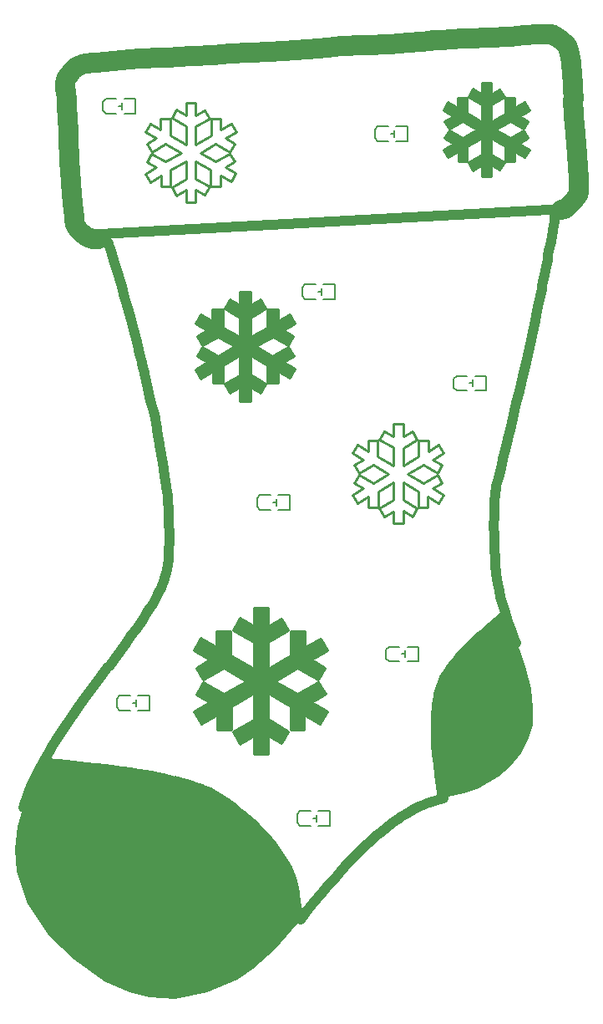
<source format=gto>
G04 Layer: TopSilkLayer*
G04 EasyEDA v6.4.7, 2020-11-14T12:43:57+01:00*
G04 ca67bbdea9ee427383f7cb57cdafcb35,58a91c2aa3f04fa292fc60144c522205,10*
G04 Gerber Generator version 0.2*
G04 Scale: 100 percent, Rotated: No, Reflected: No *
G04 Dimensions in millimeters *
G04 leading zeros omitted , absolute positions ,3 integer and 3 decimal *
%FSLAX33Y33*%
%MOMM*%
G90*
D02*

%ADD10C,0.254000*%
%ADD24C,0.999998*%
%ADD25C,1.999996*%
%ADD26C,0.150012*%

%LPD*%
G54D24*
G01X55372Y79803D02*
G01X54740Y79484D01*
G01X54657Y78651D01*
G01X54657Y78651D02*
G01X54608Y78256D01*
G01X54531Y77749D01*
G01X54433Y77187D01*
G01X54336Y76699D01*
G01X53987Y74788D02*
G01X53929Y74420D01*
G01X53864Y74067D01*
G01X53785Y73679D01*
G01X53696Y73293D01*
G01X54332Y76680D02*
G01X54139Y75696D01*
G01X54053Y75206D01*
G01X53989Y74801D01*
G01X53399Y71830D02*
G01X53339Y71477D01*
G01X53266Y71104D01*
G01X53188Y70749D01*
G01X53115Y70450D01*
G01X53692Y73280D02*
G01X53603Y72902D01*
G01X53531Y72559D01*
G01X53456Y72175D01*
G01X53400Y71842D01*
G01X52716Y68583D02*
G01X52507Y67521D01*
G01X52323Y66681D01*
G01X53112Y70438D02*
G01X53020Y70060D01*
G01X52920Y69606D01*
G01X52817Y69109D01*
G01X52719Y68602D01*
G01X52320Y66669D02*
G01X51780Y64403D01*
G01X51617Y63688D01*
G01X51478Y63038D01*
G01X51129Y61507D02*
G01X50970Y60863D01*
G01X50840Y60298D01*
G01X51474Y63015D02*
G01X51296Y62205D01*
G01X51132Y61519D01*
G01X50838Y60289D02*
G01X50675Y59570D01*
G01X50456Y58655D01*
G01X50184Y57553D01*
G01X49947Y56616D01*
G01X49465Y54569D02*
G01X49372Y54147D01*
G01X49262Y53687D01*
G01X49170Y53323D01*
G01X49082Y53012D01*
G01X49937Y56578D02*
G01X49689Y55559D01*
G01X49469Y54586D01*
G01X48571Y46777D02*
G01X48605Y45587D01*
G01X48654Y44490D01*
G01X48712Y43580D01*
G01X48740Y43277D01*
G01X48765Y43079D01*
G01X49080Y53003D02*
G01X48995Y52709D01*
G01X48929Y52445D01*
G01X48868Y52168D01*
G01X48813Y51878D01*
G01X48764Y51574D01*
G01X48713Y51200D01*
G01X48675Y50862D01*
G01X48643Y50507D01*
G01X48594Y49743D01*
G01X48565Y48902D01*
G01X48557Y47894D01*
G01X48569Y46867D01*
G01X49397Y40021D02*
G01X49513Y39612D01*
G01X49673Y39082D01*
G01X49835Y38579D01*
G01X49996Y38104D01*
G01X50200Y37535D01*
G01X50371Y37077D01*
G01X50588Y36520D01*
G01X50783Y36035D01*
G01X48767Y43065D02*
G01X48951Y41983D01*
G01X49086Y41270D01*
G01X49218Y40697D01*
G01X49388Y40052D01*
G01X38805Y18130D02*
G01X38207Y17706D01*
G01X37684Y17308D01*
G01X37152Y16880D01*
G01X36610Y16419D01*
G01X36057Y15926D01*
G01X35494Y15401D01*
G01X34920Y14844D01*
G01X34335Y14253D01*
G01X33739Y13629D01*
G01X33131Y12972D01*
G01X32406Y12162D01*
G01X31772Y11431D01*
G01X31016Y10534D01*
G01X30354Y9728D01*
G01X29679Y8887D01*
G01X28990Y8010D01*
G01X43439Y20257D02*
G01X43133Y20184D01*
G01X42868Y20112D01*
G01X42598Y20031D01*
G01X42326Y19941D01*
G01X42005Y19824D01*
G01X41727Y19715D01*
G01X41447Y19598D01*
G01X41165Y19473D01*
G01X40599Y19198D01*
G01X40030Y18892D01*
G01X39462Y18557D01*
G01X39133Y18348D01*
G01X38851Y18161D01*
G01X840Y19288D02*
G01X932Y19597D01*
G01X1035Y19915D01*
G01X1148Y20240D01*
G01X1271Y20573D01*
G01X1547Y21259D01*
G01X1726Y21673D01*
G01X1890Y22034D01*
G01X2064Y22401D01*
G01X2279Y22837D01*
G01X2676Y23603D01*
G01X3110Y24390D01*
G01X3620Y25264D01*
G01X3661Y25332D02*
G01X4220Y26243D01*
G01X4713Y27012D01*
G01X5243Y27807D01*
G01X5836Y28664D01*
G01X6517Y29616D01*
G01X7239Y30604D01*
G01X8240Y31952D01*
G01X9432Y33537D01*
G01X9532Y33670D02*
G01X11179Y35864D01*
G01X11813Y36723D01*
G01X12293Y37387D01*
G01X12693Y37957D01*
G01X13035Y38461D01*
G01X13338Y38930D01*
G01X13648Y39430D01*
G01X13672Y39470D02*
G01X13945Y39929D01*
G01X14192Y40364D01*
G01X14400Y40747D01*
G01X14603Y41145D01*
G01X14784Y41531D01*
G01X14921Y41850D01*
G01X15054Y42194D01*
G01X15171Y42536D01*
G01X15180Y42565D02*
G01X15304Y43000D01*
G01X15406Y43445D01*
G01X15487Y43905D01*
G01X15549Y44388D01*
G01X15593Y44899D01*
G01X15624Y45493D01*
G01X15638Y46136D01*
G01X15637Y46836D01*
G01X15637Y46893D02*
G01X15618Y48256D01*
G01X15589Y49233D01*
G01X15567Y49682D01*
G01X15539Y50117D01*
G01X15469Y50912D01*
G01X15418Y51361D01*
G01X15356Y51835D01*
G01X15199Y52893D01*
G01X14988Y54164D01*
G01X14663Y56021D01*
G01X14636Y56172D02*
G01X14500Y56981D01*
G01X14405Y57613D01*
G01X14404Y57622D02*
G01X14371Y57842D01*
G01X14321Y58124D01*
G01X14189Y58768D01*
G01X14027Y59461D01*
G01X13836Y60202D01*
G01X13828Y60231D02*
G01X13660Y60885D01*
G01X13461Y61720D01*
G01X13283Y62517D01*
G01X13126Y63278D01*
G01X12853Y64465D02*
G01X12715Y64977D01*
G01X12545Y65670D01*
G01X13121Y63305D02*
G01X12982Y63957D01*
G01X12909Y64258D01*
G01X12855Y64458D01*
G01X12091Y67423D02*
G01X11651Y69035D01*
G01X12541Y65683D02*
G01X12336Y66510D01*
G01X12096Y67407D01*
G01X11648Y69047D02*
G01X11350Y70169D01*
G01X11123Y70986D01*
G01X10818Y72038D01*
G01X10218Y74056D01*
G01X10190Y74150D02*
G01X9825Y75374D01*
G01X9653Y75928D01*
G01X9514Y76326D01*
G01X9459Y76462D01*
G01X9396Y76593D01*
G01X9345Y76678D01*
G01X9284Y76754D01*
G01X9232Y76799D01*
G01X9166Y76835D01*
G01X9106Y76852D01*
G01X9027Y76861D01*
G01X8760Y76854D01*
G54D25*
G01X8453Y76851D02*
G01X8150Y76869D01*
G01X7896Y76905D01*
G01X7757Y76938D01*
G01X7642Y76968D01*
G01X7424Y77049D01*
G01X7218Y77154D01*
G01X7020Y77281D01*
G01X6809Y77448D01*
G54D24*
G01X7020Y77281D02*
G01X55690Y79967D01*
G54D25*
G01X57030Y81346D02*
G01X56919Y81132D01*
G01X56854Y81027D01*
G01X56770Y80907D01*
G01X56679Y80790D01*
G01X56593Y80691D01*
G01X56406Y80499D01*
G01X56177Y80302D01*
G01X55944Y80129D01*
G01X55690Y79967D01*
G01X55415Y79816D01*
G01X56954Y85344D02*
G01X57142Y83113D01*
G01X57180Y82543D01*
G01X57194Y82200D01*
G01X57191Y81926D01*
G01X57168Y81730D01*
G01X57148Y81643D01*
G01X57123Y81564D01*
G01X57036Y81361D01*
G01X56608Y91021D02*
G01X56600Y90958D01*
G01X56596Y90846D01*
G01X56600Y90487D01*
G01X56621Y89966D01*
G01X56657Y89304D01*
G01X56775Y87568D01*
G01X56946Y85430D01*
G01X56457Y93579D02*
G01X56530Y92677D01*
G01X56584Y91875D01*
G01X56612Y91314D01*
G01X56615Y91122D01*
G01X56609Y91025D01*
G01X55130Y97193D02*
G01X55360Y97039D01*
G01X55534Y96914D01*
G01X55663Y96808D01*
G01X55777Y96699D01*
G01X55876Y96583D01*
G01X55962Y96455D01*
G01X56037Y96313D01*
G01X56092Y96179D01*
G01X56150Y95998D01*
G01X56201Y95789D01*
G01X56240Y95592D01*
G01X56282Y95324D01*
G01X56359Y94667D01*
G01X56450Y93662D01*
G01X53021Y97599D02*
G01X54412Y97661D01*
G01X55130Y97193D01*
G01X50240Y97421D02*
G01X51661Y97523D01*
G01X52998Y97598D01*
G01X46510Y97238D02*
G01X47570Y97275D01*
G01X48570Y97320D01*
G01X49515Y97371D01*
G01X50216Y97419D01*
G01X42221Y97001D02*
G01X43163Y97073D01*
G01X44239Y97139D01*
G01X45448Y97199D01*
G01X46471Y97237D01*
G01X35577Y96540D02*
G01X36357Y96566D01*
G01X37264Y96608D01*
G01X38125Y96656D01*
G01X38857Y96709D01*
G01X38880Y96711D02*
G01X42189Y96998D01*
G01X32447Y96368D02*
G01X33041Y96417D01*
G01X33800Y96464D01*
G01X34668Y96507D01*
G01X35545Y96539D01*
G01X20102Y95560D02*
G01X21884Y95677D01*
G01X23720Y95777D01*
G01X23753Y95779D02*
G01X25865Y95895D01*
G01X28456Y96061D01*
G01X30772Y96227D01*
G01X31684Y96300D01*
G01X32398Y96363D01*
G01X12661Y95144D02*
G01X13408Y95206D01*
G01X14119Y95255D01*
G01X14598Y95279D01*
G01X14744Y95281D01*
G01X14804Y95275D01*
G01X14806Y95274D02*
G01X14846Y95267D01*
G01X14915Y95263D01*
G01X15240Y95266D01*
G01X15753Y95285D01*
G01X16372Y95316D01*
G01X18098Y95420D01*
G01X20018Y95554D01*
G01X9148Y94854D02*
G01X10778Y94985D01*
G01X12627Y95141D01*
G01X6231Y94315D02*
G01X6437Y94442D01*
G01X6614Y94523D01*
G01X6823Y94591D01*
G01X7062Y94643D01*
G01X7392Y94694D01*
G01X7775Y94738D01*
G01X8302Y94787D01*
G01X9085Y94849D01*
G01X5083Y92150D02*
G01X5055Y92253D01*
G01X5042Y92367D01*
G01X5046Y92489D01*
G01X5064Y92620D01*
G01X5095Y92756D01*
G01X5140Y92898D01*
G01X5198Y93042D01*
G01X5279Y93213D01*
G01X5375Y93384D01*
G01X5468Y93529D01*
G01X5587Y93694D01*
G01X5698Y93831D01*
G01X5817Y93961D01*
G01X5942Y94083D01*
G01X6072Y94196D01*
G01X6208Y94299D01*
G01X5388Y87547D02*
G01X5326Y89372D01*
G01X5293Y90088D01*
G01X5258Y90700D01*
G01X5217Y91247D01*
G01X5178Y91644D01*
G01X5135Y91938D01*
G01X5109Y92061D01*
G01X5087Y92140D01*
G01X5557Y83952D02*
G01X5512Y84615D01*
G01X5465Y85519D01*
G01X5420Y86564D01*
G01X5388Y87510D01*
G01X6153Y78235D02*
G01X6131Y78304D01*
G01X6108Y78406D01*
G01X6052Y78740D01*
G01X5993Y79191D01*
G01X5927Y79782D01*
G01X5772Y81401D01*
G01X5566Y83843D01*
G01X6794Y77462D02*
G01X6593Y77654D01*
G01X6401Y77866D01*
G01X6248Y78067D01*
G01X6191Y78158D01*
G01X6155Y78230D01*
G54D10*
G01X24215Y39554D02*
G01X24215Y37722D01*
G01X22798Y38541D01*
G01X22083Y37302D01*
G01X24215Y36070D01*
G01X24215Y33357D01*
G01X21868Y34713D01*
G01X21868Y37176D01*
G01X20438Y37176D01*
G01X20438Y35539D01*
G01X18830Y36468D01*
G01X18116Y35229D01*
G01X19744Y34289D01*
G01X18373Y33496D01*
G01X19087Y32257D01*
G01X21173Y33463D01*
G01X23489Y32125D01*
G01X21186Y30794D01*
G01X19055Y32026D01*
G01X18341Y30787D01*
G01X19758Y29968D01*
G01X18149Y29039D01*
G01X18864Y27801D01*
G01X20492Y28741D01*
G01X20492Y27157D01*
G01X21921Y27157D01*
G01X21921Y29567D01*
G01X24215Y30892D01*
G01X24215Y28245D01*
G01X22083Y27014D01*
G01X22798Y25775D01*
G01X24215Y26594D01*
G01X24215Y24735D01*
G01X25644Y24735D01*
G01X25644Y26617D01*
G01X27015Y25824D01*
G01X27729Y27063D01*
G01X25644Y28268D01*
G01X25644Y30879D01*
G01X27905Y29573D01*
G01X27905Y27163D01*
G01X29333Y27163D01*
G01X29333Y28747D01*
G01X30939Y27820D01*
G01X31653Y29059D01*
G01X30068Y29974D01*
G01X31485Y30793D01*
G01X30770Y32031D01*
G01X28639Y30800D01*
G01X26347Y32125D01*
G01X28653Y33457D01*
G01X30738Y32252D01*
G01X31453Y33490D01*
G01X30082Y34283D01*
G01X31687Y35210D01*
G01X30972Y36448D01*
G01X29387Y35533D01*
G01X29387Y37170D01*
G01X27958Y37170D01*
G01X27958Y34707D01*
G01X25644Y33370D01*
G01X25644Y36047D01*
G01X27729Y37253D01*
G01X27015Y38491D01*
G01X25644Y37699D01*
G01X25644Y39554D01*
G01X24215Y39554D01*
G01X38369Y58143D02*
G01X38369Y56898D01*
G01X37407Y57454D01*
G01X36921Y56612D01*
G01X38369Y55775D01*
G01X38369Y53931D01*
G01X36775Y54852D01*
G01X36775Y56526D01*
G01X35803Y56526D01*
G01X35803Y55414D01*
G01X34710Y56045D01*
G01X34225Y55203D01*
G01X35331Y54564D01*
G01X34400Y54025D01*
G01X34885Y53183D01*
G01X36302Y54002D01*
G01X37876Y53093D01*
G01X36312Y52188D01*
G01X34863Y53025D01*
G01X34378Y52183D01*
G01X35341Y51627D01*
G01X34247Y50995D01*
G01X34733Y50153D01*
G01X35839Y50792D01*
G01X35839Y49715D01*
G01X36811Y49715D01*
G01X36811Y51354D01*
G01X38369Y52255D01*
G01X38369Y50455D01*
G01X36921Y49618D01*
G01X37407Y48776D01*
G01X38369Y49333D01*
G01X38369Y48069D01*
G01X39341Y48069D01*
G01X39341Y49348D01*
G01X40272Y48809D01*
G01X40758Y49652D01*
G01X39341Y50471D01*
G01X39341Y52246D01*
G01X40877Y51358D01*
G01X40877Y49719D01*
G01X41848Y49719D01*
G01X41848Y50796D01*
G01X42939Y50166D01*
G01X43424Y51008D01*
G01X42347Y51631D01*
G01X43310Y52187D01*
G01X42824Y53029D01*
G01X41376Y52192D01*
G01X39819Y53093D01*
G01X41385Y53998D01*
G01X42803Y53179D01*
G01X43288Y54021D01*
G01X42357Y54560D01*
G01X43447Y55190D01*
G01X42962Y56032D01*
G01X41885Y55410D01*
G01X41885Y56522D01*
G01X40913Y56522D01*
G01X40913Y54848D01*
G01X39341Y53939D01*
G01X39341Y55759D01*
G01X40758Y56579D01*
G01X40272Y57421D01*
G01X39341Y56882D01*
G01X39341Y58143D01*
G01X38369Y58143D01*
G01X22819Y71574D02*
G01X22819Y70205D01*
G01X21761Y70817D01*
G01X21228Y69891D01*
G01X22819Y68972D01*
G01X22819Y66945D01*
G01X21067Y67958D01*
G01X21067Y69797D01*
G01X19999Y69797D01*
G01X19999Y68575D01*
G01X18798Y69268D01*
G01X18265Y68343D01*
G01X19481Y67641D01*
G01X18457Y67049D01*
G01X18991Y66124D01*
G01X20548Y67024D01*
G01X22277Y66025D01*
G01X20558Y65031D01*
G01X18967Y65951D01*
G01X18433Y65026D01*
G01X19491Y64414D01*
G01X18290Y63720D01*
G01X18824Y62795D01*
G01X20039Y63498D01*
G01X20039Y62315D01*
G01X21106Y62315D01*
G01X21106Y64115D01*
G01X22819Y65104D01*
G01X22819Y63127D01*
G01X21228Y62208D01*
G01X21761Y61282D01*
G01X22819Y61894D01*
G01X22819Y60505D01*
G01X23886Y60505D01*
G01X23886Y61911D01*
G01X24910Y61319D01*
G01X25443Y62245D01*
G01X23886Y63145D01*
G01X23886Y65095D01*
G01X25574Y64119D01*
G01X25574Y62319D01*
G01X26641Y62319D01*
G01X26641Y63502D01*
G01X27839Y62810D01*
G01X28373Y63735D01*
G01X27190Y64419D01*
G01X28247Y65030D01*
G01X27714Y65955D01*
G01X26123Y65036D01*
G01X24411Y66025D01*
G01X26133Y67020D01*
G01X27690Y66120D01*
G01X28223Y67045D01*
G01X27200Y67637D01*
G01X28398Y68329D01*
G01X27864Y69254D01*
G01X26681Y68570D01*
G01X26681Y69793D01*
G01X25614Y69793D01*
G01X25614Y67953D01*
G01X23886Y66955D01*
G01X23886Y68955D01*
G01X25443Y69855D01*
G01X24910Y70780D01*
G01X23886Y70188D01*
G01X23886Y71574D01*
G01X22819Y71574D01*
G01X27964Y13225D02*
G01X28034Y13083D01*
G01X28123Y12878D01*
G01X28207Y12658D01*
G01X28286Y12424D01*
G01X28360Y12179D01*
G01X28446Y11860D01*
G01X28584Y11263D01*
G01X28710Y10591D01*
G01X28830Y9816D01*
G01X28932Y8981D01*
G01X29007Y8180D01*
G01X21007Y20535D02*
G01X21590Y20132D01*
G01X22166Y19712D01*
G01X22733Y19276D01*
G01X23210Y18889D01*
G01X23678Y18490D01*
G01X24212Y18009D01*
G01X24657Y17584D01*
G01X25089Y17147D01*
G01X25508Y16697D01*
G01X25912Y16236D01*
G01X26300Y15764D01*
G01X26672Y15279D01*
G01X27025Y14783D01*
G01X27358Y14275D01*
G01X27672Y13756D01*
G01X27917Y13315D01*
G01X16137Y22449D02*
G01X17001Y22218D01*
G01X17711Y22010D01*
G01X18364Y21798D01*
G01X18958Y21581D01*
G01X19251Y21463D01*
G01X19540Y21338D01*
G01X19779Y21228D01*
G01X20060Y21090D01*
G01X20292Y20967D01*
G01X20520Y20839D01*
G01X20744Y20705D01*
G01X20964Y20564D01*
G01X3268Y24189D02*
G01X4204Y24113D01*
G01X5256Y24019D01*
G01X7187Y23829D01*
G01X9121Y23614D01*
G01X10824Y23400D01*
G01X11681Y23281D01*
G01X12527Y23155D01*
G01X13190Y23048D01*
G01X13835Y22937D01*
G01X14458Y22822D01*
G01X15052Y22702D01*
G01X15614Y22578D01*
G01X16010Y22481D01*
G01X42225Y27844D02*
G01X42217Y27607D01*
G01X42215Y27271D01*
G01X42221Y26917D01*
G01X42234Y26546D01*
G01X42286Y25667D01*
G01X42364Y24754D01*
G01X42471Y23740D01*
G01X42612Y22587D01*
G01X42773Y21428D01*
G01X42964Y20188D01*
G01X43094Y32543D02*
G01X42989Y32328D01*
G01X42894Y32110D01*
G01X42807Y31888D01*
G01X42729Y31663D01*
G01X42646Y31389D01*
G01X42585Y31158D01*
G01X42531Y30924D01*
G01X42474Y30641D01*
G01X42391Y30115D01*
G01X42355Y29826D01*
G01X42321Y29487D01*
G01X42271Y28808D01*
G01X42227Y27892D01*
G01X49703Y39330D02*
G01X49205Y38934D01*
G01X48618Y38451D01*
G01X48034Y37955D01*
G01X47463Y37456D01*
G01X46943Y36988D01*
G01X46408Y36489D01*
G01X45958Y36055D01*
G01X45512Y35609D01*
G01X45076Y35154D01*
G01X44739Y34786D01*
G01X44339Y34325D01*
G01X44039Y33958D01*
G01X43762Y33594D01*
G01X43509Y33236D01*
G01X43286Y32884D01*
G01X43139Y32627D01*
G01X17340Y90683D02*
G01X17340Y89437D01*
G01X16377Y89994D01*
G01X15892Y89152D01*
G01X17340Y88314D01*
G01X17340Y86470D01*
G01X15745Y87392D01*
G01X15745Y89066D01*
G01X14774Y89066D01*
G01X14774Y87953D01*
G01X13681Y88585D01*
G01X13195Y87743D01*
G01X14302Y87103D01*
G01X13370Y86564D01*
G01X13856Y85722D01*
G01X15273Y86542D01*
G01X16847Y85632D01*
G01X15282Y84728D01*
G01X13834Y85565D01*
G01X13349Y84723D01*
G01X14311Y84166D01*
G01X13218Y83534D01*
G01X13704Y82692D01*
G01X14810Y83332D01*
G01X14810Y82255D01*
G01X15781Y82255D01*
G01X15781Y83893D01*
G01X17340Y84794D01*
G01X17340Y82995D01*
G01X15892Y82158D01*
G01X16377Y81315D01*
G01X17340Y81872D01*
G01X17340Y80608D01*
G01X18311Y80608D01*
G01X18311Y81888D01*
G01X19243Y81349D01*
G01X19729Y82191D01*
G01X18311Y83010D01*
G01X18311Y84785D01*
G01X19848Y83897D01*
G01X19848Y82259D01*
G01X20819Y82259D01*
G01X20819Y83336D01*
G01X21909Y82706D01*
G01X22395Y83548D01*
G01X21318Y84170D01*
G01X22280Y84727D01*
G01X21795Y85569D01*
G01X20347Y84732D01*
G01X18789Y85632D01*
G01X20356Y86538D01*
G01X21773Y85719D01*
G01X22259Y86560D01*
G01X21327Y87099D01*
G01X22418Y87729D01*
G01X21932Y88571D01*
G01X20855Y87949D01*
G01X20855Y89062D01*
G01X19884Y89062D01*
G01X19884Y87388D01*
G01X18311Y86479D01*
G01X18311Y88299D01*
G01X19729Y89118D01*
G01X19243Y89960D01*
G01X18311Y89422D01*
G01X18311Y90683D01*
G01X17340Y90683D01*
G01X47326Y92759D02*
G01X47326Y91578D01*
G01X46413Y92106D01*
G01X45953Y91307D01*
G01X47326Y90513D01*
G01X47326Y88764D01*
G01X45814Y89638D01*
G01X45814Y91226D01*
G01X44893Y91226D01*
G01X44893Y90171D01*
G01X43856Y90769D01*
G01X43396Y89971D01*
G01X44445Y89365D01*
G01X43562Y88854D01*
G01X44022Y88055D01*
G01X45366Y88832D01*
G01X46858Y87970D01*
G01X45375Y87112D01*
G01X44002Y87906D01*
G01X43541Y87107D01*
G01X44454Y86580D01*
G01X43418Y85980D01*
G01X43878Y85182D01*
G01X44927Y85788D01*
G01X44927Y84767D01*
G01X45848Y84767D01*
G01X45848Y86321D01*
G01X47326Y87175D01*
G01X47326Y85469D01*
G01X45953Y84675D01*
G01X46413Y83876D01*
G01X47326Y84404D01*
G01X47326Y83205D01*
G01X48247Y83205D01*
G01X48247Y84419D01*
G01X49131Y83908D01*
G01X49591Y84707D01*
G01X48247Y85483D01*
G01X48247Y87167D01*
G01X49704Y86325D01*
G01X49704Y84771D01*
G01X50625Y84771D01*
G01X50625Y85792D01*
G01X51659Y85194D01*
G01X52119Y85993D01*
G01X51098Y86583D01*
G01X52011Y87111D01*
G01X51550Y87910D01*
G01X50177Y87116D01*
G01X48700Y87970D01*
G01X50186Y88829D01*
G01X51530Y88052D01*
G01X51991Y88850D01*
G01X51107Y89361D01*
G01X52141Y89959D01*
G01X51681Y90757D01*
G01X50660Y90167D01*
G01X50660Y91222D01*
G01X49738Y91222D01*
G01X49738Y89634D01*
G01X48247Y88773D01*
G01X48247Y90499D01*
G01X49591Y91276D01*
G01X49131Y92074D01*
G01X48247Y91563D01*
G01X48247Y92759D01*
G01X47326Y92759D01*
G54D26*
G01X28615Y17873D02*
G01X28615Y17773D01*
G01X28915Y17473D01*
G01X30765Y18973D02*
G01X31915Y18973D01*
G01X30765Y17473D02*
G01X31915Y17473D01*
G01X29965Y18973D02*
G01X28915Y18973D01*
G01X29965Y17473D02*
G01X28915Y17473D01*
G01X31915Y18973D02*
G01X31915Y17493D01*
G01X28615Y18573D02*
G01X28615Y17873D01*
G01X28615Y18573D02*
G01X28615Y18673D01*
G01X28915Y18973D01*
G01X30535Y18573D02*
G01X30535Y17893D01*
G01X30535Y18225D02*
G01X30195Y18225D01*
G01X8930Y90009D02*
G01X8930Y89909D01*
G01X9230Y89609D01*
G01X11080Y91109D02*
G01X12230Y91109D01*
G01X11080Y89609D02*
G01X12230Y89609D01*
G01X10280Y91109D02*
G01X9230Y91109D01*
G01X10280Y89609D02*
G01X9230Y89609D01*
G01X12230Y91109D02*
G01X12230Y89629D01*
G01X8930Y90709D02*
G01X8930Y90009D01*
G01X8930Y90709D02*
G01X8930Y90809D01*
G01X9230Y91109D01*
G01X10850Y90709D02*
G01X10850Y90029D01*
G01X10850Y90361D02*
G01X10510Y90361D01*
G01X29123Y71213D02*
G01X29123Y71113D01*
G01X29423Y70813D01*
G01X31273Y72313D02*
G01X32423Y72313D01*
G01X31273Y70813D02*
G01X32423Y70813D01*
G01X30473Y72313D02*
G01X29423Y72313D01*
G01X30473Y70813D02*
G01X29423Y70813D01*
G01X32423Y72313D02*
G01X32423Y70833D01*
G01X29123Y71913D02*
G01X29123Y71213D01*
G01X29123Y71913D02*
G01X29123Y72013D01*
G01X29423Y72313D01*
G01X31043Y71913D02*
G01X31043Y71233D01*
G01X31043Y71565D02*
G01X30703Y71565D01*
G01X36489Y87215D02*
G01X36489Y87115D01*
G01X36789Y86815D01*
G01X38639Y88315D02*
G01X39789Y88315D01*
G01X38639Y86815D02*
G01X39789Y86815D01*
G01X37839Y88315D02*
G01X36789Y88315D01*
G01X37839Y86815D02*
G01X36789Y86815D01*
G01X39789Y88315D02*
G01X39789Y86835D01*
G01X36489Y87915D02*
G01X36489Y87215D01*
G01X36489Y87915D02*
G01X36489Y88015D01*
G01X36789Y88315D01*
G01X38409Y87915D02*
G01X38409Y87235D01*
G01X38409Y87567D02*
G01X38069Y87567D01*
G01X44490Y61942D02*
G01X44490Y61842D01*
G01X44790Y61542D01*
G01X46640Y63042D02*
G01X47790Y63042D01*
G01X46640Y61542D02*
G01X47790Y61542D01*
G01X45840Y63042D02*
G01X44790Y63042D01*
G01X45840Y61542D02*
G01X44790Y61542D01*
G01X47790Y63042D02*
G01X47790Y61562D01*
G01X44490Y62642D02*
G01X44490Y61942D01*
G01X44490Y62642D02*
G01X44490Y62742D01*
G01X44790Y63042D01*
G01X46410Y62642D02*
G01X46410Y61962D01*
G01X46410Y62294D02*
G01X46070Y62294D01*
G01X37632Y34510D02*
G01X37632Y34410D01*
G01X37932Y34110D01*
G01X39782Y35610D02*
G01X40932Y35610D01*
G01X39782Y34110D02*
G01X40932Y34110D01*
G01X38982Y35610D02*
G01X37932Y35610D01*
G01X38982Y34110D02*
G01X37932Y34110D01*
G01X40932Y35610D02*
G01X40932Y34130D01*
G01X37632Y35210D02*
G01X37632Y34510D01*
G01X37632Y35210D02*
G01X37632Y35310D01*
G01X37932Y35610D01*
G01X39552Y35210D02*
G01X39552Y34530D01*
G01X39552Y34862D02*
G01X39212Y34862D01*
G01X10327Y29557D02*
G01X10327Y29457D01*
G01X10627Y29157D01*
G01X12477Y30657D02*
G01X13627Y30657D01*
G01X12477Y29157D02*
G01X13627Y29157D01*
G01X11677Y30657D02*
G01X10627Y30657D01*
G01X11677Y29157D02*
G01X10627Y29157D01*
G01X13627Y30657D02*
G01X13627Y29177D01*
G01X10327Y30257D02*
G01X10327Y29557D01*
G01X10327Y30257D02*
G01X10327Y30357D01*
G01X10627Y30657D01*
G01X12247Y30257D02*
G01X12247Y29577D01*
G01X12247Y29909D02*
G01X11907Y29909D01*
G01X24551Y49877D02*
G01X24551Y49777D01*
G01X24851Y49477D01*
G01X26701Y50977D02*
G01X27851Y50977D01*
G01X26701Y49477D02*
G01X27851Y49477D01*
G01X25901Y50977D02*
G01X24851Y50977D01*
G01X25901Y49477D02*
G01X24851Y49477D01*
G01X27851Y50977D02*
G01X27851Y49497D01*
G01X24551Y50577D02*
G01X24551Y49877D01*
G01X24551Y50577D02*
G01X24551Y50677D01*
G01X24851Y50977D01*
G01X26471Y50577D02*
G01X26471Y49897D01*
G01X26471Y50229D02*
G01X26131Y50229D01*

%LPD*%
G36*
G01X48247Y92759D02*
G01X47326Y92759D01*
G01X47326Y91578D01*
G01X46413Y92106D01*
G01X45953Y91307D01*
G01X47326Y90513D01*
G01X47326Y88764D01*
G01X45814Y89638D01*
G01X45814Y91226D01*
G01X44893Y91226D01*
G01X44893Y90171D01*
G01X43856Y90769D01*
G01X43396Y89971D01*
G01X44445Y89365D01*
G01X43562Y88854D01*
G01X44022Y88055D01*
G01X45366Y88832D01*
G01X46858Y87970D01*
G01X45375Y87112D01*
G01X44002Y87906D01*
G01X43541Y87107D01*
G01X44454Y86580D01*
G01X43418Y85980D01*
G01X43878Y85182D01*
G01X44927Y85788D01*
G01X44927Y84767D01*
G01X45848Y84767D01*
G01X45848Y86321D01*
G01X47326Y87175D01*
G01X47326Y85469D01*
G01X45953Y84675D01*
G01X46367Y83882D01*
G01X47326Y84404D01*
G01X47326Y83205D01*
G01X48247Y83205D01*
G01X48247Y84419D01*
G01X49131Y83908D01*
G01X49591Y84707D01*
G01X48247Y85483D01*
G01X48247Y87167D01*
G01X49704Y86325D01*
G01X49704Y84771D01*
G01X50625Y84771D01*
G01X50625Y85792D01*
G01X51659Y85194D01*
G01X52119Y85993D01*
G01X51098Y86583D01*
G01X52011Y87111D01*
G01X51550Y87910D01*
G01X50177Y87116D01*
G01X48700Y87970D01*
G01X50186Y88829D01*
G01X51530Y88052D01*
G01X51991Y88850D01*
G01X51107Y89361D01*
G01X52141Y89959D01*
G01X51681Y90757D01*
G01X50660Y90167D01*
G01X50660Y91222D01*
G01X49738Y91222D01*
G01X49738Y89634D01*
G01X48247Y88773D01*
G01X48247Y90499D01*
G01X49591Y91276D01*
G01X49131Y92074D01*
G01X48247Y91563D01*
G01X48247Y92759D01*
G37*

%LPD*%
G36*
G01X23886Y71574D02*
G01X22819Y71574D01*
G01X22819Y70205D01*
G01X21761Y70817D01*
G01X21228Y69891D01*
G01X22819Y68972D01*
G01X22819Y66945D01*
G01X21067Y67958D01*
G01X21067Y69797D01*
G01X19999Y69797D01*
G01X19999Y68575D01*
G01X18798Y69268D01*
G01X18265Y68343D01*
G01X19481Y67641D01*
G01X18457Y67049D01*
G01X18991Y66124D01*
G01X20548Y67024D01*
G01X22277Y66025D01*
G01X20558Y65031D01*
G01X18967Y65951D01*
G01X18433Y65026D01*
G01X19491Y64414D01*
G01X18290Y63720D01*
G01X18824Y62795D01*
G01X20039Y63498D01*
G01X20039Y62315D01*
G01X21106Y62315D01*
G01X21106Y64115D01*
G01X22819Y65104D01*
G01X22819Y63127D01*
G01X21299Y62249D01*
G01X21761Y61282D01*
G01X22819Y61894D01*
G01X22819Y60505D01*
G01X23886Y60505D01*
G01X23886Y61911D01*
G01X24910Y61319D01*
G01X25443Y62245D01*
G01X23886Y63145D01*
G01X23886Y65095D01*
G01X25574Y64119D01*
G01X25574Y62319D01*
G01X26641Y62319D01*
G01X26641Y63502D01*
G01X27839Y62810D01*
G01X28373Y63735D01*
G01X27190Y64419D01*
G01X28247Y65030D01*
G01X27714Y65955D01*
G01X26123Y65036D01*
G01X24411Y66025D01*
G01X26133Y67020D01*
G01X27690Y66120D01*
G01X28223Y67045D01*
G01X27200Y67637D01*
G01X28398Y68329D01*
G01X27864Y69254D01*
G01X26681Y68570D01*
G01X26681Y69793D01*
G01X25666Y69793D01*
G01X25614Y67953D01*
G01X23886Y66955D01*
G01X23886Y68955D01*
G01X25443Y69855D01*
G01X24910Y70780D01*
G01X23886Y70188D01*
G01X23886Y71574D01*
G37*

%LPD*%
G36*
G01X25644Y39554D02*
G01X24215Y39554D01*
G01X24215Y37722D01*
G01X22798Y38541D01*
G01X22083Y37302D01*
G01X24215Y36070D01*
G01X24215Y33357D01*
G01X21868Y34713D01*
G01X21868Y37176D01*
G01X20438Y37176D01*
G01X20438Y35622D01*
G01X18830Y36468D01*
G01X18116Y35229D01*
G01X19744Y34289D01*
G01X18373Y33496D01*
G01X19087Y32257D01*
G01X21173Y33463D01*
G01X23489Y32125D01*
G01X21186Y30794D01*
G01X19055Y32026D01*
G01X18341Y30787D01*
G01X19758Y29968D01*
G01X18149Y29039D01*
G01X18864Y27801D01*
G01X20492Y28741D01*
G01X20492Y27157D01*
G01X21921Y27157D01*
G01X21921Y29567D01*
G01X24215Y30892D01*
G01X24215Y28245D01*
G01X22083Y27014D01*
G01X22798Y25775D01*
G01X24215Y26594D01*
G01X24215Y24735D01*
G01X25644Y24735D01*
G01X25644Y26617D01*
G01X27015Y25824D01*
G01X27729Y27063D01*
G01X25644Y28268D01*
G01X25644Y30879D01*
G01X27905Y29573D01*
G01X27905Y27163D01*
G01X29333Y27163D01*
G01X29333Y28747D01*
G01X30939Y27820D01*
G01X31653Y29059D01*
G01X30068Y29974D01*
G01X31485Y30793D01*
G01X30770Y32031D01*
G01X28639Y30800D01*
G01X26347Y32125D01*
G01X28653Y33457D01*
G01X30738Y32252D01*
G01X31453Y33490D01*
G01X30082Y34283D01*
G01X31687Y35210D01*
G01X30972Y36448D01*
G01X29387Y35533D01*
G01X29387Y37170D01*
G01X27958Y37170D01*
G01X27958Y34707D01*
G01X25644Y33370D01*
G01X25737Y36101D01*
G01X27729Y37253D01*
G01X27015Y38491D01*
G01X25644Y37699D01*
G01X25644Y39554D01*
G37*

%LPD*%
G36*
G01X50304Y37146D02*
G01X49608Y39254D01*
G01X48898Y38681D01*
G01X47588Y37565D01*
G01X45958Y36055D01*
G01X44523Y34537D01*
G01X43509Y33236D01*
G01X42894Y32110D01*
G01X42438Y30414D01*
G01X42296Y29146D01*
G01X42215Y27271D01*
G01X42422Y24205D01*
G01X42773Y21428D01*
G01X42964Y20188D01*
G01X43954Y20382D01*
G01X45478Y20763D01*
G01X47002Y21271D01*
G01X49034Y22414D01*
G01X50177Y23430D01*
G01X51320Y24827D01*
G01X52082Y26351D01*
G01X52463Y27621D01*
G01X52463Y29399D01*
G01X52336Y31304D01*
G01X51701Y33590D01*
G01X51193Y35114D01*
G01X50812Y36003D01*
G01X50304Y37146D01*
G37*

%LPD*%
G36*
G01X5600Y23938D02*
G01X3060Y24192D01*
G01X1917Y22160D01*
G01X774Y19112D01*
G01X266Y17334D01*
G01X12Y15048D01*
G01X139Y12889D01*
G01X1282Y9587D01*
G01X3441Y6285D01*
G01X5981Y3872D01*
G01X9029Y1713D01*
G01X11569Y570D01*
G01X13601Y62D01*
G01X16268Y-64D01*
G01X19443Y570D01*
G01X22491Y1840D01*
G01X24142Y2983D01*
G01X26428Y5015D01*
G01X28587Y7555D01*
G01X29095Y8063D01*
G01X28841Y9841D01*
G01X28460Y11873D01*
G01X27571Y13905D01*
G01X26047Y16191D01*
G01X23507Y18604D01*
G01X21094Y20509D01*
G01X18427Y21779D01*
G01X16522Y22287D01*
G01X14363Y22795D01*
G01X10807Y23303D01*
G01X5600Y23938D01*
G37*
M00*
M02*

</source>
